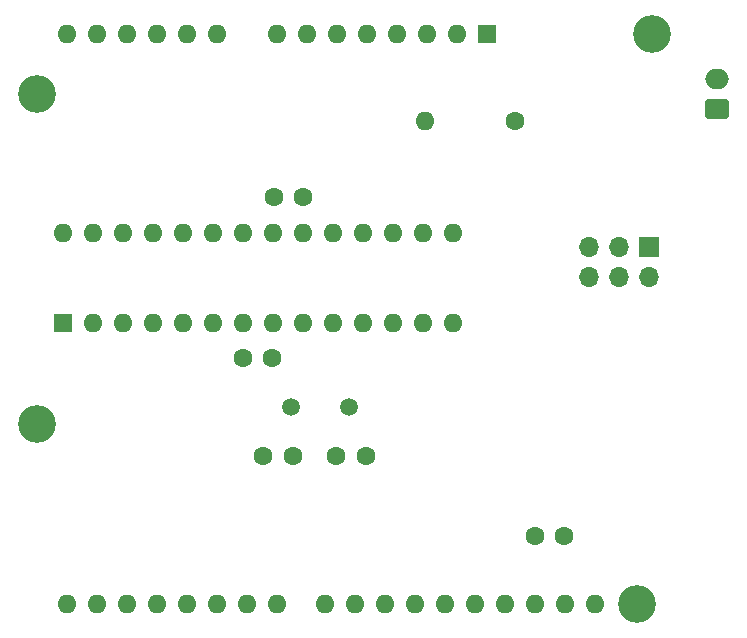
<source format=gbr>
%TF.GenerationSoftware,KiCad,Pcbnew,(6.0.6)*%
%TF.CreationDate,2022-12-20T12:05:37-08:00*%
%TF.ProjectId,AS-MULTI-UNO-01,41532d4d-554c-4544-992d-554e4f2d3031,rev?*%
%TF.SameCoordinates,Original*%
%TF.FileFunction,Soldermask,Top*%
%TF.FilePolarity,Negative*%
%FSLAX46Y46*%
G04 Gerber Fmt 4.6, Leading zero omitted, Abs format (unit mm)*
G04 Created by KiCad (PCBNEW (6.0.6)) date 2022-12-20 12:05:37*
%MOMM*%
%LPD*%
G01*
G04 APERTURE LIST*
G04 Aperture macros list*
%AMRoundRect*
0 Rectangle with rounded corners*
0 $1 Rounding radius*
0 $2 $3 $4 $5 $6 $7 $8 $9 X,Y pos of 4 corners*
0 Add a 4 corners polygon primitive as box body*
4,1,4,$2,$3,$4,$5,$6,$7,$8,$9,$2,$3,0*
0 Add four circle primitives for the rounded corners*
1,1,$1+$1,$2,$3*
1,1,$1+$1,$4,$5*
1,1,$1+$1,$6,$7*
1,1,$1+$1,$8,$9*
0 Add four rect primitives between the rounded corners*
20,1,$1+$1,$2,$3,$4,$5,0*
20,1,$1+$1,$4,$5,$6,$7,0*
20,1,$1+$1,$6,$7,$8,$9,0*
20,1,$1+$1,$8,$9,$2,$3,0*%
G04 Aperture macros list end*
%ADD10RoundRect,0.250000X0.750000X-0.600000X0.750000X0.600000X-0.750000X0.600000X-0.750000X-0.600000X0*%
%ADD11O,2.000000X1.700000*%
%ADD12C,1.600000*%
%ADD13R,1.600000X1.600000*%
%ADD14O,1.600000X1.600000*%
%ADD15R,1.700000X1.700000*%
%ADD16O,1.700000X1.700000*%
%ADD17C,1.500000*%
%ADD18C,3.200000*%
G04 APERTURE END LIST*
D10*
%TO.C,J2*%
X137337800Y-73177400D03*
D11*
X137337800Y-70677400D03*
%TD*%
D12*
%TO.C,C4*%
X97149600Y-94259400D03*
X99649600Y-94259400D03*
%TD*%
%TO.C,C2*%
X105054400Y-102616000D03*
X107554400Y-102616000D03*
%TD*%
%TO.C,C3*%
X102265800Y-80619600D03*
X99765800Y-80619600D03*
%TD*%
%TO.C,C5*%
X121889200Y-109321600D03*
X124389200Y-109321600D03*
%TD*%
D13*
%TO.C,U1*%
X81940400Y-91313000D03*
D14*
X84480400Y-91313000D03*
X87020400Y-91313000D03*
X89560400Y-91313000D03*
X92100400Y-91313000D03*
X94640400Y-91313000D03*
X97180400Y-91313000D03*
X99720400Y-91313000D03*
X102260400Y-91313000D03*
X104800400Y-91313000D03*
X107340400Y-91313000D03*
X109880400Y-91313000D03*
X112420400Y-91313000D03*
X114960400Y-91313000D03*
X114960400Y-83693000D03*
X112420400Y-83693000D03*
X109880400Y-83693000D03*
X107340400Y-83693000D03*
X104800400Y-83693000D03*
X102260400Y-83693000D03*
X99720400Y-83693000D03*
X97180400Y-83693000D03*
X94640400Y-83693000D03*
X92100400Y-83693000D03*
X89560400Y-83693000D03*
X87020400Y-83693000D03*
X84480400Y-83693000D03*
X81940400Y-83693000D03*
%TD*%
D15*
%TO.C,J1*%
X131531600Y-84856400D03*
D16*
X131531600Y-87396400D03*
X128991600Y-84856400D03*
X128991600Y-87396400D03*
X126451600Y-84856400D03*
X126451600Y-87396400D03*
%TD*%
D12*
%TO.C,R1*%
X120243600Y-74218800D03*
D14*
X112623600Y-74218800D03*
%TD*%
D17*
%TO.C,Y1*%
X101244400Y-98425000D03*
X106124400Y-98425000D03*
%TD*%
D12*
%TO.C,C1*%
X101376800Y-102590600D03*
X98876800Y-102590600D03*
%TD*%
D18*
%TO.C,A1*%
X131775200Y-66852800D03*
X79705200Y-99872800D03*
X79705200Y-71932800D03*
X130505200Y-115112800D03*
D13*
X117805200Y-66852800D03*
D14*
X115265200Y-66852800D03*
X112725200Y-66852800D03*
X110185200Y-66852800D03*
X107645200Y-66852800D03*
X105105200Y-66852800D03*
X102565200Y-66852800D03*
X100025200Y-66852800D03*
X94945200Y-66852800D03*
X92405200Y-66852800D03*
X89865200Y-66852800D03*
X87325200Y-66852800D03*
X84785200Y-66852800D03*
X82245200Y-66852800D03*
X82245200Y-115112800D03*
X84785200Y-115112800D03*
X87325200Y-115112800D03*
X89865200Y-115112800D03*
X92405200Y-115112800D03*
X94945200Y-115112800D03*
X97485200Y-115112800D03*
X100025200Y-115112800D03*
X104085200Y-115112800D03*
X106625200Y-115112800D03*
X109165200Y-115112800D03*
X111705200Y-115112800D03*
X114245200Y-115112800D03*
X116785200Y-115112800D03*
X119325200Y-115112800D03*
X121865200Y-115112800D03*
X124405200Y-115112800D03*
X126945200Y-115112800D03*
%TD*%
M02*

</source>
